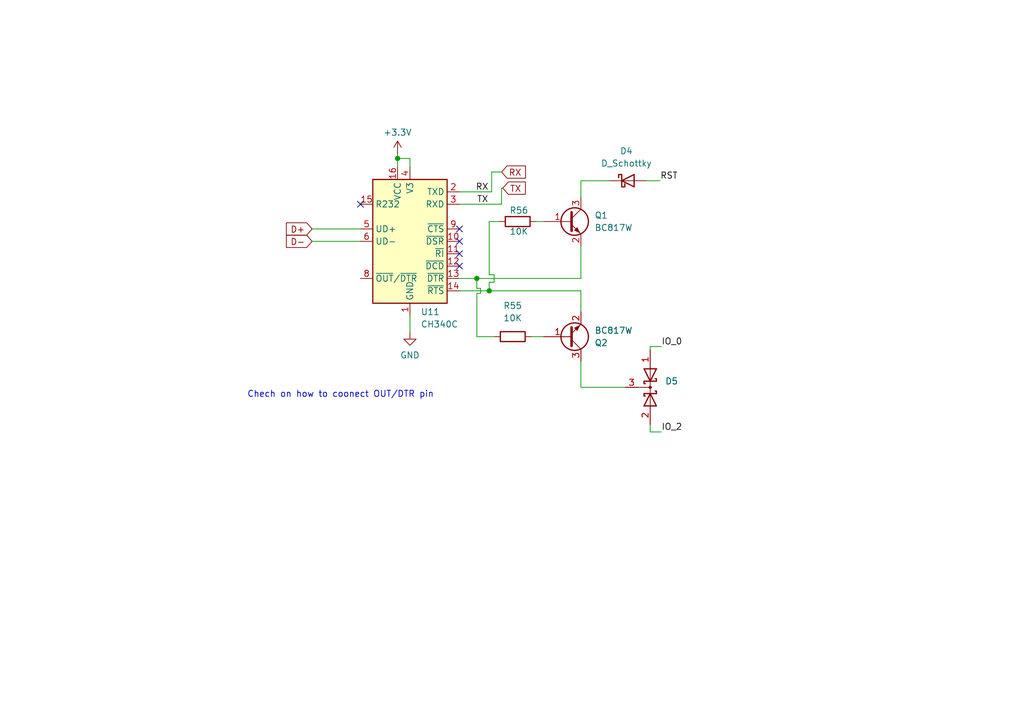
<source format=kicad_sch>
(kicad_sch (version 20231120) (generator "eeschema") (generator_version "8.0")
  (paper "A5")
  (title_block (title "USB to Serial") (rev "V1.0") (company "MyoGen Solutions") (comment 1 "Designed By Eng. Ndambia M."))
  (lib_symbols
    (symbol "Device:D_Schottky" (pin_numbers hide) (pin_names (offset 1.016) hide)
      (property "Reference" "D" (at 0 2.54 0))
      (property "Value" "D_Schottky" (at 0 -2.54 0))
      (symbol "D_Schottky_0_1"
        (polyline (pts (xy 1.27 0) (xy -1.27 0)))
        (polyline (pts (xy 1.27 1.27) (xy 1.27 -1.27) (xy -1.27 0) (xy 1.27 1.27)) (stroke (width 0.254)))
        (polyline (pts (xy -1.905 0.635) (xy -1.905 1.27) (xy -1.27 1.27) (xy -1.27 -1.27) (xy -0.635 -1.27) (xy -0.635 -0.635)) (stroke (width 0.254)))
      )
      (symbol "D_Schottky_1_1"
        (pin passive line (at -3.81 0 0) (length 2.54) (name "K") (number "1"))
        (pin passive line (at 3.81 0 180) (length 2.54) (name "A") (number "2"))
      )
    )
    (symbol "Device:D_Schottky_Dual_CommonCathode_AAK" (pin_names (offset 0.762) hide)
      (property "Reference" "D" (at 1.27 -2.54 0))
      (property "Value" "D_Schottky_Dual_CommonCathode_AAK" (at 0 2.54 0))
      (symbol "D_Schottky_Dual_CommonCathode_AAK_0_1"
        (polyline (pts (xy -3.81 0) (xy 3.81 0)))
        (polyline (pts (xy 0 0) (xy 0 -2.54)))
        (polyline (pts (xy -1.27 -1.27) (xy -1.27 1.27) (xy -1.27 1.27)) (stroke (width 0.254)))
        (polyline (pts (xy 1.27 -1.27) (xy 1.27 1.27) (xy 1.27 1.27)) (stroke (width 0.254)))
        (polyline (pts (xy -1.27 -1.27) (xy -0.762 -1.27) (xy -0.762 -1.016) (xy -0.762 -1.016)) (stroke (width 0.254)))
        (polyline (pts (xy 1.27 -1.27) (xy 1.778 -1.27) (xy 1.778 -1.016) (xy 1.778 -1.016)) (stroke (width 0.254)))
        (polyline (pts (xy 1.27 1.27) (xy 0.762 1.27) (xy 0.762 1.016) (xy 0.762 1.016)) (stroke (width 0.254)))
        (polyline (pts (xy -1.778 1.016) (xy -1.778 1.27) (xy -1.27 1.27) (xy -1.27 1.27) (xy -1.27 1.27)) (stroke (width 0.254)))
        (polyline (pts (xy -3.81 1.27) (xy -1.27 0) (xy -3.81 -1.27) (xy -3.81 1.27) (xy -3.81 1.27) (xy -3.81 1.27)) (stroke (width 0.254)))
        (polyline (pts (xy 3.81 -1.27) (xy 1.27 0) (xy 3.81 1.27) (xy 3.81 -1.27) (xy 3.81 -1.27) (xy 3.81 -1.27)) (stroke (width 0.254)))
        (circle (center 0 0) (radius 0.254) (fill (type outline)))
        (pin passive line (at -7.62 0 0) (length 3.81) (name "A") (number "1"))
        (pin passive line (at 7.62 0 180) (length 3.81) (name "A") (number "2"))
        (pin passive line (at 0 -5.08 90) (length 2.54) (name "K") (number "3"))
      )
    )
    (symbol "Device:R" (pin_numbers hide) (pin_names (offset 0))
      (property "Reference" "R" (at 2.032 0 90))
      (property "Value" "R" (at 0 0 90))
      (symbol "R_0_1"
        (rectangle (start -1.016 -2.54) (end 1.016 2.54) (stroke (width 0.254)))
      )
      (symbol "R_1_1"
        (pin passive line (at 0 3.81 270) (length 1.27) (name "~") (number "1"))
        (pin passive line (at 0 -3.81 90) (length 1.27) (name "~") (number "2"))
      )
    )
    (symbol "Interface_USB:CH340C"
      (property "Reference" "U" (at -5.08 13.97 0))
      (property "Value" "CH340C" (at 1.27 13.97 0))
      (symbol "CH340C_0_1"
        (rectangle (start -7.62 12.7) (end 7.62 -12.7) (stroke (width 0.254)) (fill (type background)))
      )
      (symbol "CH340C_1_1"
        (pin power_in line (at 0 -15.24 90) (length 2.54) (name "GND") (number "1"))
        (pin input line (at 10.16 0 180) (length 2.54) (name "~{DSR}") (number "10"))
        (pin input line (at 10.16 -2.54 180) (length 2.54) (name "~{RI}") (number "11"))
        (pin input line (at 10.16 -5.08 180) (length 2.54) (name "~{DCD}") (number "12"))
        (pin output line (at 10.16 -7.62 180) (length 2.54) (name "~{DTR}") (number "13"))
        (pin output line (at 10.16 -10.16 180) (length 2.54) (name "~{RTS}") (number "14"))
        (pin input line (at -10.16 7.62 0) (length 2.54) (name "R232") (number "15"))
        (pin power_in line (at -2.54 15.24 270) (length 2.54) (name "VCC") (number "16"))
        (pin output line (at 10.16 10.16 180) (length 2.54) (name "TXD") (number "2"))
        (pin input line (at 10.16 7.62 180) (length 2.54) (name "RXD") (number "3"))
        (pin power_out line (at 0 15.24 270) (length 2.54) (name "V3") (number "4"))
        (pin bidirectional line (at -10.16 2.54 0) (length 2.54) (name "UD+") (number "5"))
        (pin bidirectional line (at -10.16 0 0) (length 2.54) (name "UD-") (number "6"))
        (pin no_connect line (at -7.62 -5.08 0) (length 2.54) hide (name "NC") (number "7"))
        (pin output line (at -10.16 -7.62 0) (length 2.54) (name "~{OUT}/~{DTR}") (number "8"))
        (pin input line (at 10.16 2.54 180) (length 2.54) (name "~{CTS}") (number "9"))
      )
    )
    (symbol "Transistor_BJT:BC817W" (pin_names (offset 0) hide)
      (property "Reference" "Q" (at 5.08 1.905 0))
      (property "Value" "BC817W" (at 5.08 0 0))
      (symbol "BC817W_0_1"
        (polyline (pts (xy 0.635 0.635) (xy 2.54 2.54)))
        (polyline (pts (xy 0.635 -0.635) (xy 2.54 -2.54) (xy 2.54 -2.54)))
        (polyline (pts (xy 0.635 1.905) (xy 0.635 -1.905) (xy 0.635 -1.905)) (stroke (width 0.508)))
        (polyline (pts (xy 1.27 -1.778) (xy 1.778 -1.27) (xy 2.286 -2.286) (xy 1.27 -1.778) (xy 1.27 -1.778)) (fill (type outline)))
        (circle (center 1.27 0) (radius 2.8194) (stroke (width 0.254)))
      )
      (symbol "BC817W_1_1"
        (pin input line (at -5.08 0 0) (length 5.715) (name "B") (number "1"))
        (pin passive line (at 2.54 -5.08 90) (length 2.54) (name "E") (number "2"))
        (pin passive line (at 2.54 5.08 270) (length 2.54) (name "C") (number "3"))
      )
    )
    (symbol "power:+3.3V" (power) (pin_numbers hide) (pin_names (offset 0) hide)
      (property "Value" "+3.3V" (at 0 3.556 0))
      (symbol "+3.3V_0_1"
        (polyline (pts (xy -0.762 1.27) (xy 0 2.54)))
        (polyline (pts (xy 0 0) (xy 0 2.54)))
        (polyline (pts (xy 0 2.54) (xy 0.762 1.27)))
      )
      (symbol "+3.3V_1_1"
        (pin power_in line (at 0 0 90) (length 0) (name "~") (number "1"))
      )
    )
    (symbol "power:GND" (power) (pin_numbers hide) (pin_names (offset 0) hide)
      (property "Value" "GND" (at 0 -3.81 0))
      (symbol "GND_0_1"
        (polyline (pts (xy 0 0) (xy 0 -1.27) (xy 1.27 -1.27) (xy 0 -2.54) (xy -1.27 -1.27) (xy 0 -1.27)))
      )
      (symbol "GND_1_1"
        (pin power_in line (at 0 0 270) (length 0) (name "~") (number "1"))
      )
    )
  )
  (junction (at 100.33 59.69))
  (junction (at 97.79 57.15))
  (junction (at 81.534 32.512))
  (no_connect (at 94.234 52.07))
  (no_connect (at 94.234 46.99))
  (no_connect (at 94.234 54.61))
  (no_connect (at 94.234 49.53))
  (no_connect (at 73.914 41.91))
  (wire (pts (xy 100.838 35.306) (xy 102.87 35.306)))
  (wire (pts (xy 97.79 57.15) (xy 119.126 57.15)))
  (wire (pts (xy 119.126 59.69) (xy 100.33 59.69)))
  (wire (pts (xy 81.534 31.496) (xy 81.534 32.512)))
  (wire (pts (xy 81.534 32.512) (xy 81.534 34.29)))
  (wire (pts (xy 100.33 56.388) (xy 101.346 56.388)))
  (wire (pts (xy 97.79 59.182) (xy 97.79 57.15)))
  (wire (pts (xy 119.126 57.15) (xy 119.126 50.546)))
  (wire (pts (xy 133.35 71.12) (xy 135.636 71.12)))
  (wire (pts (xy 101.346 69.088) (xy 97.79 69.088)))
  (wire (pts (xy 100.838 35.306) (xy 100.838 39.37)))
  (wire (pts (xy 64.008 49.53) (xy 73.914 49.53)))
  (wire (pts (xy 100.33 59.69) (xy 94.234 59.69)))
  (wire (pts (xy 98.552 59.182) (xy 97.79 59.182)))
  (wire (pts (xy 64.008 46.99) (xy 73.914 46.99)))
  (wire (pts (xy 102.87 38.608) (xy 102.87 41.91)))
  (wire (pts (xy 109.982 45.466) (xy 111.506 45.466)))
  (wire (pts (xy 94.234 57.15) (xy 97.79 57.15)))
  (wire (pts (xy 100.838 39.37) (xy 94.234 39.37)))
  (wire (pts (xy 102.87 41.91) (xy 94.234 41.91)))
  (wire (pts (xy 133.35 87.122) (xy 133.35 88.646)))
  (wire (pts (xy 97.79 69.088) (xy 97.79 60.198)))
  (wire (pts (xy 101.346 57.912) (xy 100.33 57.912)))
  (wire (pts (xy 132.588 37.084) (xy 135.382 37.084)))
  (wire (pts (xy 97.79 60.198) (xy 98.552 60.198)))
  (wire (pts (xy 119.126 40.386) (xy 119.126 37.084)))
  (wire (pts (xy 119.126 79.502) (xy 128.27 79.502)))
  (wire (pts (xy 119.126 37.084) (xy 124.968 37.084)))
  (wire (pts (xy 84.074 34.29) (xy 84.074 32.512)))
  (wire (pts (xy 119.126 64.008) (xy 119.126 59.69)))
  (wire (pts (xy 100.33 45.466) (xy 100.33 56.388)))
  (wire (pts (xy 101.346 56.388) (xy 101.346 57.912)))
  (wire (pts (xy 84.074 64.77) (xy 84.074 68.326)))
  (wire (pts (xy 84.074 32.512) (xy 81.534 32.512)))
  (wire (pts (xy 100.33 57.912) (xy 100.33 59.69)))
  (wire (pts (xy 119.126 74.168) (xy 119.126 79.502)))
  (wire (pts (xy 102.87 38.608) (xy 103.124 38.608)))
  (wire (pts (xy 98.552 60.198) (xy 98.552 59.182)))
  (wire (pts (xy 133.35 88.646) (xy 135.636 88.646)))
  (wire (pts (xy 108.966 69.088) (xy 111.506 69.088)))
  (wire (pts (xy 102.362 45.466) (xy 100.33 45.466)))
  (wire (pts (xy 133.35 71.882) (xy 133.35 71.12)))
  (text "\nChech on how to coonect OUT/DTR pin\n" (at 69.85 80.01 0) (effects (font (size 1.27 1.27))))
  (label "IO_2" (at 135.636 88.646 0))
  (label "TX" (at 97.79 41.91 0))
  (label "RST" (at 135.382 37.084 0))
  (label "IO_0" (at 135.636 71.12 0))
  (label "RX" (at 97.536 39.37 0))
  (global_label "TX" (shape input) (at 103.124 38.608 0) (property "Intersheetrefs" "${INTERSHEET_REFS}" (effects (hide yes))))
  (global_label "RX" (shape input) (at 102.87 35.306 0) (property "Intersheetrefs" "${INTERSHEET_REFS}" (effects (hide yes))))
  (global_label "D+" (shape input) (at 64.008 46.99 180) (property "Intersheetrefs" "${INTERSHEET_REFS}" (effects (hide yes))))
  (global_label "D-" (shape input) (at 64.008 49.53 180) (property "Intersheetrefs" "${INTERSHEET_REFS}" (effects (hide yes))))
  (symbol (lib_id "Transistor_BJT:BC817W") (at 116.586 69.088 0) (mirror x) (unit 1)
    (property "Reference" "Q2" (at 121.92 70.3581 0) (effects (justify left)))
    (property "Value" "BC817W" (at 121.92 67.8181 0) (effects (justify left)))
    (property "Footprint" "Package_TO_SOT_SMD:SOT-323_SC-70" (effects (hide yes)))
    (property "Datasheet" "https://www.onsemi.com/pub/Collateral/BC818-D.pdf" (effects (hide yes)))
    (property "Description" "0.8A Ic, 45V Vce, NPN Transistor, SOT-323" (effects (hide yes)))
  )
  (symbol (lib_id "Device:R") (at 106.172 45.466 90) (unit 1)
    (property "Reference" "R56" (at 106.426 43.18 90))
    (property "Value" "10K" (at 106.426 47.498 90))
    (property "Footprint" "Resistor_SMD:R_0402_1005Metric" (effects (hide yes)))
    (property "Description" "Resistor" (effects (hide yes)))
  )
  (symbol (lib_id "power:+3.3V") (at 81.534 31.496 0) (unit 1)
    (property "Reference" "#PWR063" (effects (hide yes)))
    (property "Value" "+3.3V" (at 81.534 27.178 0))
    (property "Description" "Power symbol creates a global label with name \"+3.3V\"" (effects (hide yes)))
  )
  (symbol (lib_id "Transistor_BJT:BC817W") (at 116.586 45.466 0) (unit 1)
    (property "Reference" "Q1" (at 121.92 44.1959 0) (effects (justify left)))
    (property "Value" "BC817W" (at 121.92 46.7359 0) (effects (justify left)))
    (property "Footprint" "Package_TO_SOT_SMD:SOT-323_SC-70" (effects (hide yes)))
    (property "Datasheet" "https://www.onsemi.com/pub/Collateral/BC818-D.pdf" (effects (hide yes)))
    (property "Description" "0.8A Ic, 45V Vce, NPN Transistor, SOT-323" (effects (hide yes)))
  )
  (symbol (lib_id "Device:D_Schottky") (at 128.778 37.084 0) (unit 1)
    (property "Reference" "D4" (at 128.4605 30.988 0))
    (property "Value" "D_Schottky" (at 128.4605 33.528 0))
    (property "Description" "Schottky diode" (effects (hide yes)))
  )
  (symbol (lib_id "Device:D_Schottky_Dual_CommonCathode_AAK") (at 133.35 79.502 270) (unit 1)
    (property "Reference" "D5" (at 136.398 78.2319 90) (effects (justify left)))
    (property "Value" "D_Schottky_Dual_CommonCathode_AAK" (effects (hide yes)))
    (property "Description" "Dual Schottky diode, common cathode on pin 3" (effects (hide yes)))
  )
  (symbol (lib_id "Device:R") (at 105.156 69.088 90) (unit 1)
    (property "Reference" "R55" (at 105.156 62.738 90))
    (property "Value" "10K" (at 105.156 65.278 90))
    (property "Footprint" "Resistor_SMD:R_0402_1005Metric" (effects (hide yes)))
    (property "Description" "Resistor" (effects (hide yes)))
  )
  (symbol (lib_id "power:GND") (at 84.074 68.326 0) (unit 1)
    (property "Reference" "#PWR064" (effects (hide yes)))
    (property "Value" "GND" (at 84.074 72.898 0))
    (property "Description" "Power symbol creates a global label with name \"GND\" , ground" (effects (hide yes)))
  )
  (symbol (lib_id "Interface_USB:CH340C") (at 84.074 49.53 0) (unit 1)
    (property "Reference" "U11" (at 86.2681 64.008 0) (effects (justify left)))
    (property "Value" "CH340C" (at 86.2681 66.548 0) (effects (justify left)))
    (property "Footprint" "Package_SO:SOIC-16_3.9x9.9mm_P1.27mm" (effects (hide yes)))
    (property "Datasheet" "https://datasheet.lcsc.com/szlcsc/Jiangsu-Qin-Heng-CH340C_C84681.pdf" (effects (hide yes)))
    (property "Description" "USB serial converter, UART, SOIC-16" (effects (hide yes)))
  )
)
</source>
